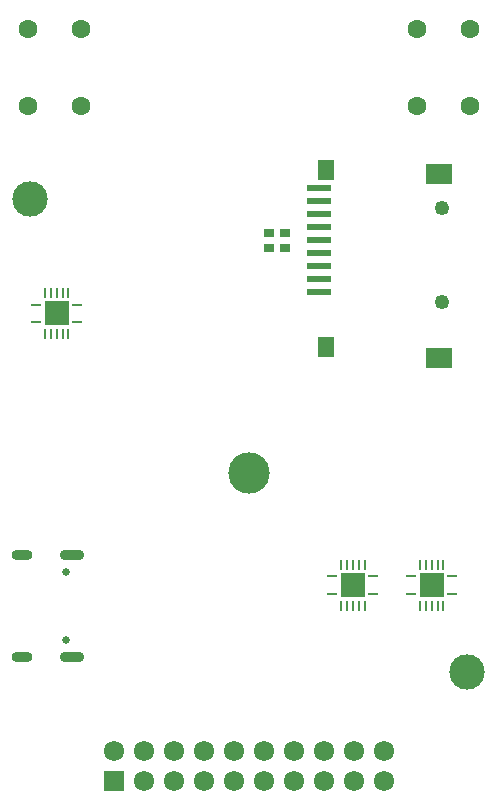
<source format=gbr>
G04 DipTrace 3.3.1.3*
G04 BottomMask.gbr*
%MOIN*%
G04 #@! TF.FileFunction,Soldermask,Bot*
G04 #@! TF.Part,Single*
%ADD21R,0.035433X0.027559*%
%ADD32O,0.070866X0.035433*%
%ADD33O,0.082677X0.035433*%
%ADD38R,0.07874X0.023622*%
%ADD39R,0.057087X0.068898*%
%ADD40R,0.088583X0.068898*%
%ADD49R,0.011024X0.033465*%
%ADD50R,0.033465X0.011024*%
%ADD51R,0.080709X0.080709*%
%ADD62C,0.11811*%
%ADD63C,0.137795*%
%ADD64C,0.025591*%
%ADD65C,0.049213*%
%ADD95C,0.062992*%
%ADD107C,0.067874*%
%ADD109R,0.067874X0.067874*%
%FSLAX26Y26*%
G04*
G70*
G90*
G75*
G01*
G04 BotMask*
%LPD*%
D21*
X1318701Y2831201D3*
X1267520D3*
X1318701Y2781201D3*
X1267520D3*
D62*
X1924932Y1368701D3*
D63*
X1199951Y2031201D3*
D62*
X468702Y2943701D3*
D109*
X749951Y1006201D3*
D107*
X849951D3*
X949951D3*
X1049951D3*
X1149951D3*
X1249951D3*
X1349951D3*
X1449951D3*
X1549951D3*
X1649951D3*
Y1106201D3*
X1549951D3*
X1449951D3*
X1349951D3*
X1249951D3*
X1149951D3*
X1049951D3*
X949951D3*
X849951D3*
X749951D3*
D32*
X444195Y1757382D3*
Y1417224D3*
D33*
X608761Y1757382D3*
Y1417224D3*
D64*
X589076Y1701083D3*
Y1473524D3*
D95*
X1937451Y3256201D3*
Y3512106D3*
X1760286D3*
Y3256201D3*
X639597D3*
Y3512106D3*
X462432D3*
Y3256201D3*
D38*
X1431613Y2981201D3*
Y2937894D3*
Y2894587D3*
Y2851280D3*
Y2807972D3*
Y2764665D3*
Y2721358D3*
Y2678051D3*
Y2634744D3*
D39*
X1455196Y3040295D3*
X1455547Y2451496D3*
D40*
X1833432Y2415185D3*
X1833297Y3026803D3*
D65*
X1843789Y2915965D3*
Y2601516D3*
D49*
X518702Y2631201D3*
X538387D3*
X558072D3*
X577757D3*
X597442D3*
Y2495374D3*
X577757D3*
X558072D3*
X538387D3*
X518702D3*
D50*
X490159Y2533760D3*
Y2592815D3*
X625986Y2533760D3*
Y2592815D3*
D51*
X558072Y2563287D3*
D49*
X1506201Y1724951D3*
X1525886D3*
X1545571D3*
X1565256D3*
X1584941D3*
Y1589125D3*
X1565256D3*
X1545571D3*
X1525886D3*
X1506201D3*
D50*
X1477657Y1627510D3*
Y1686566D3*
X1613484Y1627510D3*
Y1686566D3*
D51*
X1545571Y1657038D3*
D49*
X1768702Y1724951D3*
X1788387D3*
X1808072D3*
X1827757D3*
X1847442D3*
Y1589125D3*
X1827757D3*
X1808072D3*
X1788387D3*
X1768702D3*
D50*
X1740159Y1627510D3*
Y1686566D3*
X1875986Y1627510D3*
Y1686566D3*
D51*
X1808072Y1657038D3*
M02*

</source>
